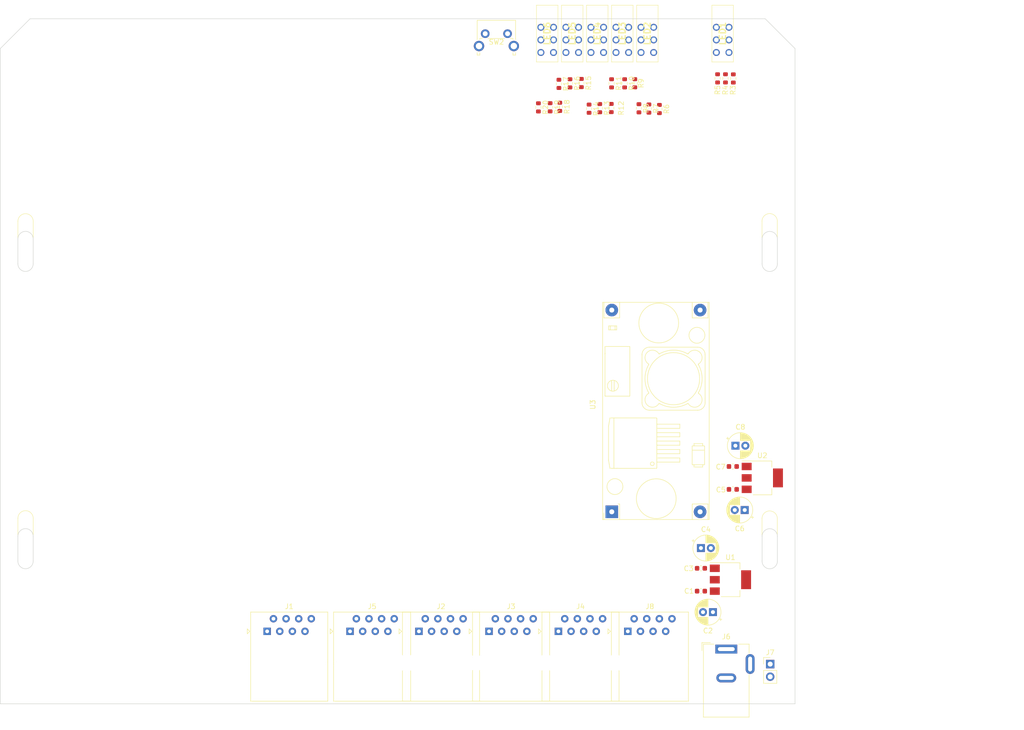
<source format=kicad_pcb>
(kicad_pcb (version 20211014) (generator pcbnew)
  (layers (0 "F.Cu" signal) (31 "B.Cu" signal) (34 "B.Paste" user) (35 "F.Paste" user) (36 "B.SilkS" user "B.Silkscreen") (37 "F.SilkS" user "F.Silkscreen") (38 "B.Mask" user) (39 "F.Mask" user) (44 "Edge.Cuts" user))
  (net 0 "")
  (net 1 "+12V")
  (net 2 "GND")
  (net 3 "+3V3")
  (net 4 "+5V")
  (net 45 "Net-(J6-Pad3)")
  (net 46 "Net-(LED1-Pad2)")
  (net 47 "Net-(LED1-Pad4)")
  (net 48 "Net-(LED1-Pad6)")
  (net 49 "Net-(LED2-Pad2)")
  (net 50 "Net-(LED2-Pad4)")
  (net 51 "Net-(LED2-Pad6)")
  (net 52 "Net-(LED3-Pad2)")
  (net 53 "Net-(LED3-Pad4)")
  (net 54 "Net-(LED3-Pad6)")
  (net 55 "Net-(LED4-Pad2)")
  (net 56 "Net-(LED4-Pad4)")
  (net 57 "Net-(LED4-Pad6)")
  (net 58 "Net-(LED5-Pad2)")
  (net 59 "Net-(LED5-Pad4)")
  (net 60 "Net-(LED5-Pad6)")
  (net 61 "Net-(LED6-Pad2)")
  (net 62 "Net-(LED6-Pad4)")
  (net 63 "Net-(LED6-Pad6)")
  (net 84 "VCC")
  (footprint "Connector_RJ:RJ45_Amphenol_54602-x08_Horizontal" (layer "F.Cu") (at 165.4 145.4)
    (fp_text reference "J3" (at 4.445 -5) (layer "F.SilkS"))
    (fp_text value "RJ45")
    (pad "" np_thru_hole circle locked (at -1.27 6.35) (size 3.2 3.2) (drill 3.2) (layers *.Cu *.Mask))
    (pad "" np_thru_hole circle locked (at 10.16 6.35) (size 3.2 3.2) (drill 3.2) (layers *.Cu *.Mask))
    (pad "1" thru_hole rect locked (at 0 0) (size 1.5 1.5) (drill 0.76) (layers *.Cu *.Mask))
    (pad "2" thru_hole circle locked (at 1.27 -2.54) (size 1.5 1.5) (drill 0.76) (layers *.Cu *.Mask))
    (pad "3" thru_hole circle locked (at 2.54 0) (size 1.5 1.5) (drill 0.76) (layers *.Cu *.Mask))
    (pad "4" thru_hole circle locked (at 3.81 -2.54) (size 1.5 1.5) (drill 0.76) (layers *.Cu *.Mask))
    (pad "5" thru_hole circle locked (at 5.08 0) (size 1.5 1.5) (drill 0.76) (layers *.Cu *.Mask))
    (pad "6" thru_hole circle locked (at 6.35 -2.54) (size 1.5 1.5) (drill 0.76) (layers *.Cu *.Mask))
    (pad "7" thru_hole circle locked (at 7.62 0) (size 1.5 1.5) (drill 0.76) (layers *.Cu *.Mask))
    (pad "8" thru_hole circle locked (at 8.89 -2.54) (size 1.5 1.5) (drill 0.76) (layers *.Cu *.Mask))
  )
  (footprint "Connector_RJ:RJ45_Amphenol_54602-x08_Horizontal" (layer "F.Cu") (at 151.29 145.4)
    (fp_text reference "J2" (at 4.445 -5) (layer "F.SilkS"))
    (fp_text value "RJ45")
    (pad "" np_thru_hole circle locked (at 10.16 6.35) (size 3.2 3.2) (drill 3.2) (layers *.Cu *.Mask))
    (pad "" np_thru_hole circle locked (at -1.27 6.35) (size 3.2 3.2) (drill 3.2) (layers *.Cu *.Mask))
    (pad "1" thru_hole rect locked (at 0 0) (size 1.5 1.5) (drill 0.76) (layers *.Cu *.Mask))
    (pad "2" thru_hole circle locked (at 1.27 -2.54) (size 1.5 1.5) (drill 0.76) (layers *.Cu *.Mask))
    (pad "3" thru_hole circle locked (at 2.54 0) (size 1.5 1.5) (drill 0.76) (layers *.Cu *.Mask))
    (pad "4" thru_hole circle locked (at 3.81 -2.54) (size 1.5 1.5) (drill 0.76) (layers *.Cu *.Mask))
    (pad "5" thru_hole circle locked (at 5.08 0) (size 1.5 1.5) (drill 0.76) (layers *.Cu *.Mask))
    (pad "6" thru_hole circle locked (at 6.35 -2.54) (size 1.5 1.5) (drill 0.76) (layers *.Cu *.Mask))
    (pad "7" thru_hole circle locked (at 7.62 0) (size 1.5 1.5) (drill 0.76) (layers *.Cu *.Mask))
    (pad "8" thru_hole circle locked (at 8.89 -2.54) (size 1.5 1.5) (drill 0.76) (layers *.Cu *.Mask))
  )
  (footprint "Resistor_SMD:R_0603_1608Metric" (layer "F.Cu") (at 183.99 34.94 -90)
    (fp_text reference "R15" (at 0 -1.43 90) (layer "F.SilkS"))
    (fp_text value "R")
    (pad "1" smd roundrect locked (at -0.825 0 270) (size 0.8 0.95) (layers "F.Cu" "F.Paste" "F.Mask") (net 60 "Net-(LED5-Pad6)"))
    (pad "2" smd roundrect locked (at 0.825 0 270) (size 0.8 0.95) (layers "F.Cu" "F.Paste" "F.Mask"))
  )
  (footprint "Connector_RJ:RJ45_Amphenol_54602-x08_Horizontal" (layer "F.Cu") (at 193.34 145.4)
    (fp_text reference "J8" (at 4.445 -5) (layer "F.SilkS"))
    (fp_text value "RJ45")
    (pad "" np_thru_hole circle locked (at 10.16 6.35) (size 3.2 3.2) (drill 3.2) (layers *.Cu *.Mask))
    (pad "" np_thru_hole circle locked (at -1.27 6.35) (size 3.2 3.2) (drill 3.2) (layers *.Cu *.Mask))
    (pad "1" thru_hole rect locked (at 0 0) (size 1.5 1.5) (drill 0.76) (layers *.Cu *.Mask))
    (pad "2" thru_hole circle locked (at 1.27 -2.54) (size 1.5 1.5) (drill 0.76) (layers *.Cu *.Mask))
    (pad "3" thru_hole circle locked (at 2.54 0) (size 1.5 1.5) (drill 0.76) (layers *.Cu *.Mask))
    (pad "4" thru_hole circle locked (at 3.81 -2.54) (size 1.5 1.5) (drill 0.76) (layers *.Cu *.Mask))
    (pad "5" thru_hole circle locked (at 5.08 0) (size 1.5 1.5) (drill 0.76) (layers *.Cu *.Mask))
    (pad "6" thru_hole circle locked (at 6.35 -2.54) (size 1.5 1.5) (drill 0.76) (layers *.Cu *.Mask))
    (pad "7" thru_hole circle locked (at 7.62 0) (size 1.5 1.5) (drill 0.76) (layers *.Cu *.Mask))
    (pad "8" thru_hole circle locked (at 8.89 -2.54) (size 1.5 1.5) (drill 0.76) (layers *.Cu *.Mask))
  )
  (footprint "Connector_PinHeader_2.54mm:PinHeader_1x02_P2.54mm_Vertical" (layer "F.Cu") (at 222 152)
    (fp_text reference "J7" (at 0 -2.33) (layer "F.SilkS"))
    (fp_text value "switched ground")
    (pad "1" thru_hole rect locked (at 0 0) (size 1.7 1.7) (drill 1) (layers *.Cu *.Mask) (net 45 "Net-(J6-Pad3)"))
    (pad "2" thru_hole oval locked (at 0 2.54) (size 1.7 1.7) (drill 1) (layers *.Cu *.Mask) (net 2 "GND"))
  )
  (footprint "Connector_RJ:RJ45_Amphenol_54602-x08_Horizontal" (layer "F.Cu") (at 137.42 145.4)
    (fp_text reference "J5" (at 4.445 -5) (layer "F.SilkS"))
    (fp_text value "RJ45")
    (pad "" np_thru_hole circle locked (at -1.27 6.35) (size 3.2 3.2) (drill 3.2) (layers *.Cu *.Mask))
    (pad "" np_thru_hole circle locked (at 10.16 6.35) (size 3.2 3.2) (drill 3.2) (layers *.Cu *.Mask))
    (pad "1" thru_hole rect locked (at 0 0) (size 1.5 1.5) (drill 0.76) (layers *.Cu *.Mask))
    (pad "2" thru_hole circle locked (at 1.27 -2.54) (size 1.5 1.5) (drill 0.76) (layers *.Cu *.Mask))
    (pad "3" thru_hole circle locked (at 2.54 0) (size 1.5 1.5) (drill 0.76) (layers *.Cu *.Mask))
    (pad "4" thru_hole circle locked (at 3.81 -2.54) (size 1.5 1.5) (drill 0.76) (layers *.Cu *.Mask))
    (pad "5" thru_hole circle locked (at 5.08 0) (size 1.5 1.5) (drill 0.76) (layers *.Cu *.Mask))
    (pad "6" thru_hole circle locked (at 6.35 -2.54) (size 1.5 1.5) (drill 0.76) (layers *.Cu *.Mask))
    (pad "7" thru_hole circle locked (at 7.62 0) (size 1.5 1.5) (drill 0.76) (layers *.Cu *.Mask))
    (pad "8" thru_hole circle locked (at 8.89 -2.54) (size 1.5 1.5) (drill 0.76) (layers *.Cu *.Mask))
  )
  (footprint "Resistor_SMD:R_0603_1608Metric" (layer "F.Cu") (at 187.7 40 -90)
    (fp_text reference "R13" (at 0 -1.43 90) (layer "F.SilkS"))
    (fp_text value "R")
    (pad "1" smd roundrect locked (at -0.825 0 270) (size 0.8 0.95) (layers "F.Cu" "F.Paste" "F.Mask") (net 56 "Net-(LED4-Pad4)"))
    (pad "2" smd roundrect locked (at 0.825 0 270) (size 0.8 0.95) (layers "F.Cu" "F.Paste" "F.Mask"))
  )
  (footprint "Evan's misc parts:WP934SA3ID" (layer "F.Cu") (at 185.92 28.79 -90)
    (fp_text reference "LED4" (at -3.81 -1.27 90) (layer "F.SilkS") (effects (font (size 1.27 1.27) (thickness 0.254))))
    (fp_text value "WP934SA_3GD" hide)
    (pad "1" thru_hole circle (at 0 0 270) (size 1.4 1.4) (drill 0.9) (layers *.Cu *.Mask) (net 2 "GND"))
    (pad "2" thru_hole circle (at 0 -2.54 270) (size 1.4 1.4) (drill 0.9) (layers *.Cu *.Mask) (net 55 "Net-(LED4-Pad2)"))
    (pad "3" thru_hole circle (at -2.54 0 270) (size 1.4 1.4) (drill 0.9) (layers *.Cu *.Mask) (net 2 "GND"))
    (pad "4" thru_hole circle (at -2.54 -2.54 270) (size 1.4 1.4) (drill 0.9) (layers *.Cu *.Mask) (net 56 "Net-(LED4-Pad4)"))
    (pad "5" thru_hole circle (at -5.08 0 270) (size 1.4 1.4) (drill 0.9) (layers *.Cu *.Mask) (net 2 "GND"))
    (pad "6" thru_hole circle (at -5.08 -2.54 270) (size 1.4 1.4) (drill 0.9) (layers *.Cu *.Mask) (net 57 "Net-(LED4-Pad6)"))
  )
  (footprint "Package_TO_SOT_SMD:SOT-223-3_TabPin2" (layer "F.Cu") (at 220.415112 114.49)
    (fp_text reference "U2" (at 0 -4.5) (layer "F.SilkS"))
    (fp_text value "AMS1117-5.0")
    (pad "1" smd rect locked (at -3.15 -2.3) (size 2 1.5) (layers "F.Cu" "F.Paste" "F.Mask") (net 2 "GND"))
    (pad "2" smd rect locked (at 3.15 0) (size 2 3.8) (layers "F.Cu" "F.Paste" "F.Mask") (net 4 "+5V"))
    (pad "2" smd rect locked (at -3.15 0) (size 2 1.5) (layers "F.Cu" "F.Paste" "F.Mask") (net 4 "+5V"))
    (pad "3" smd rect locked (at -3.15 2.3) (size 2 1.5) (layers "F.Cu" "F.Paste" "F.Mask") (net 1 "+12V"))
  )
  (footprint "Resistor_SMD:R_0603_1608Metric" (layer "F.Cu") (at 211.41 34 -90)
    (fp_text reference "R5" (at 2.35 0 90) (layer "F.SilkS"))
    (fp_text value "R")
    (pad "1" smd roundrect locked (at -0.825 0 270) (size 0.8 0.95) (layers "F.Cu" "F.Paste" "F.Mask") (net 46 "Net-(LED1-Pad2)"))
    (pad "2" smd roundrect locked (at 0.825 0 270) (size 0.8 0.95) (layers "F.Cu" "F.Paste" "F.Mask"))
  )
  (footprint "Resistor_SMD:R_0603_1608Metric" (layer "F.Cu") (at 194.75 34.99 -90)
    (fp_text reference "R9" (at 0.01 -1.25 90) (layer "F.SilkS"))
    (fp_text value "R")
    (pad "1" smd roundrect locked (at -0.825 0 270) (size 0.8 0.95) (layers "F.Cu" "F.Paste" "F.Mask") (net 54 "Net-(LED3-Pad6)"))
    (pad "2" smd roundrect locked (at 0.825 0 270) (size 0.8 0.95) (layers "F.Cu" "F.Paste" "F.Mask"))
  )
  (footprint "Resistor_SMD:R_0603_1608Metric" (layer "F.Cu") (at 177.7 39.825 -90)
    (fp_text reference "R19" (at 0 -1.43 90) (layer "F.SilkS"))
    (fp_text value "R")
    (pad "1" smd roundrect locked (at -0.825 0 270) (size 0.8 0.95) (layers "F.Cu" "F.Paste" "F.Mask") (net 62 "Net-(LED6-Pad4)"))
    (pad "2" smd roundrect locked (at 0.825 0 270) (size 0.8 0.95) (layers "F.Cu" "F.Paste" "F.Mask"))
  )
  (footprint "Resistor_SMD:R_0603_1608Metric" (layer "F.Cu") (at 185.54 40.11 -90)
    (fp_text reference "R14" (at 0 -1.43 90) (layer "F.SilkS"))
    (fp_text value "R")
    (pad "1" smd roundrect locked (at -0.825 0 270) (size 0.8 0.95) (layers "F.Cu" "F.Paste" "F.Mask") (net 55 "Net-(LED4-Pad2)"))
    (pad "2" smd roundrect locked (at 0.825 0 270) (size 0.8 0.95) (layers "F.Cu" "F.Paste" "F.Mask"))
  )
  (footprint "Resistor_SMD:R_0603_1608Metric" (layer "F.Cu") (at 192.7 35 -90)
    (fp_text reference "R10" (at 0 -1.43 90) (layer "F.SilkS"))
    (fp_text value "R")
    (pad "1" smd roundrect locked (at -0.825 0 270) (size 0.8 0.95) (layers "F.Cu" "F.Paste" "F.Mask") (net 53 "Net-(LED3-Pad4)"))
    (pad "2" smd roundrect locked (at 0.825 0 270) (size 0.8 0.95) (layers "F.Cu" "F.Paste" "F.Mask"))
  )
  (footprint "Resistor_SMD:R_0603_1608Metric" (layer "F.Cu") (at 175.34 39.845 -90)
    (fp_text reference "R20" (at 0 -1.43 90) (layer "F.SilkS"))
    (fp_text value "R")
    (pad "1" smd roundrect locked (at -0.825 0 270) (size 0.8 0.95) (layers "F.Cu" "F.Paste" "F.Mask") (net 61 "Net-(LED6-Pad2)"))
    (pad "2" smd roundrect locked (at 0.825 0 270) (size 0.8 0.95) (layers "F.Cu" "F.Paste" "F.Mask"))
  )
  (footprint "Evan's misc parts:WP934SA3ID" (layer "F.Cu") (at 180.88 28.79 -90)
    (fp_text reference "LED5" (at -3.81 -1.27 90) (layer "F.SilkS") (effects (font (size 1.27 1.27) (thickness 0.254))))
    (fp_text value "WP934SA_3GD" hide)
    (pad "1" thru_hole circle (at 0 0 270) (size 1.4 1.4) (drill 0.9) (layers *.Cu *.Mask) (net 2 "GND"))
    (pad "2" thru_hole circle (at 0 -2.54 270) (size 1.4 1.4) (drill 0.9) (layers *.Cu *.Mask) (net 58 "Net-(LED5-Pad2)"))
    (pad "3" thru_hole circle (at -2.54 0 270) (size 1.4 1.4) (drill 0.9) (layers *.Cu *.Mask) (net 2 "GND"))
    (pad "4" thru_hole circle (at -2.54 -2.54 270) (size 1.4 1.4) (drill 0.9) (layers *.Cu *.Mask) (net 59 "Net-(LED5-Pad4)"))
    (pad "5" thru_hole circle (at -5.08 0 270) (size 1.4 1.4) (drill 0.9) (layers *.Cu *.Mask) (net 2 "GND"))
    (pad "6" thru_hole circle (at -5.08 -2.54 270) (size 1.4 1.4) (drill 0.9) (layers *.Cu *.Mask) (net 60 "Net-(LED5-Pad6)"))
  )
  (footprint "Capacitor_THT:CP_Radial_D5.0mm_P2.00mm" (layer "F.Cu") (at 208.054887 128.62)
    (fp_text reference "C4" (at 1 -3.75) (layer "F.SilkS"))
    (fp_text value "100uF")
    (pad "1" thru_hole rect locked (at 0 0) (size 1.6 1.6) (drill 0.8) (layers *.Cu *.Mask) (net 3 "+3V3"))
    (pad "2" thru_hole circle locked (at 2 0) (size 1.6 1.6) (drill 0.8) (layers *.Cu *.Mask) (net 2 "GND"))
  )
  (footprint "Resistor_SMD:R_0603_1608Metric" (layer "F.Cu") (at 199.7 40.175 -90)
    (fp_text reference "R6" (at 0 -1.43 90) (layer "F.SilkS"))
    (fp_text value "R")
    (pad "1" smd roundrect locked (at -0.825 0 270) (size 0.8 0.95) (layers "F.Cu" "F.Paste" "F.Mask") (net 51 "Net-(LED2-Pad6)"))
    (pad "2" smd roundrect locked (at 0.825 0 270) (size 0.8 0.95) (layers "F.Cu" "F.Paste" "F.Mask"))
  )
  (footprint "Resistor_SMD:R_0603_1608Metric" (layer "F.Cu") (at 213 34 -90)
    (fp_text reference "R4" (at 2.37 0.03 90) (layer "F.SilkS"))
    (fp_text value "R")
    (pad "1" smd roundrect locked (at -0.825 0 270) (size 0.8 0.95) (layers "F.Cu" "F.Paste" "F.Mask") (net 47 "Net-(LED1-Pad4)"))
    (pad "2" smd roundrect locked (at 0.825 0 270) (size 0.8 0.95) (layers "F.Cu" "F.Paste" "F.Mask"))
  )
  (footprint "Connector_RJ:RJ45_Amphenol_54602-x08_Horizontal" (layer "F.Cu") (at 120.73 145.4)
    (fp_text reference "J1" (at 4.445 -5) (layer "F.SilkS"))
    (fp_text value "RJ45")
    (pad "" np_thru_hole circle locked (at -1.27 6.35) (size 3.2 3.2) (drill 3.2) (layers *.Cu *.Mask))
    (pad "" np_thru_hole circle locked (at 10.16 6.35) (size 3.2 3.2) (drill 3.2) (layers *.Cu *.Mask))
    (pad "1" thru_hole rect locked (at 0 0) (size 1.5 1.5) (drill 0.76) (layers *.Cu *.Mask))
    (pad "2" thru_hole circle locked (at 1.27 -2.54) (size 1.5 1.5) (drill 0.76) (layers *.Cu *.Mask))
    (pad "3" thru_hole circle locked (at 2.54 0) (size 1.5 1.5) (drill 0.76) (layers *.Cu *.Mask))
    (pad "4" thru_hole circle locked (at 3.81 -2.54) (size 1.5 1.5) (drill 0.76) (layers *.Cu *.Mask))
    (pad "5" thru_hole circle locked (at 5.08 0) (size 1.5 1.5) (drill 0.76) (layers *.Cu *.Mask))
    (pad "6" thru_hole circle locked (at 6.35 -2.54) (size 1.5 1.5) (drill 0.76) (layers *.Cu *.Mask))
    (pad "7" thru_hole circle locked (at 7.62 0) (size 1.5 1.5) (drill 0.76) (layers *.Cu *.Mask))
    (pad "8" thru_hole circle locked (at 8.89 -2.54) (size 1.5 1.5) (drill 0.76) (layers *.Cu *.Mask))
  )
  (footprint "MountingHole:MountingHole_2.7mm_M2.5_DIN965" (layer "F.Cu") (at 132.935 130.775 -90)
    (fp_text reference "REF**" hide)
    (fp_text value "MountingHole_2.7mm_M2.5_DIN965" hide)
    (pad "" np_thru_hole circle locked (at 0 0 270) (size 2.7 2.7) (drill 2.7) (layers *.Cu *.Mask))
  )
  (footprint "Resistor_SMD:R_0603_1608Metric" (layer "F.Cu") (at 197.59 40.085 -90)
    (fp_text reference "R7" (at 0 -1.43 90) (layer "F.SilkS"))
    (fp_text value "R")
    (pad "1" smd roundrect locked (at -0.825 0 270) (size 0.8 0.95) (layers "F.Cu" "F.Paste" "F.Mask") (net 50 "Net-(LED2-Pad4)"))
    (pad "2" smd roundrect locked (at 0.825 0 270) (size 0.8 0.95) (layers "F.Cu" "F.Paste" "F.Mask"))
  )
  (footprint "Capacitor_SMD:C_0603_1608Metric" (layer "F.Cu") (at 208.06 132.7)
    (fp_text reference "C3" (at -2.47 0.05) (layer "F.SilkS"))
    (fp_text value "100nF")
    (pad "1" smd roundrect locked (at -0.775 0) (size 0.9 0.95) (layers "F.Cu" "F.Paste" "F.Mask") (net 3 "+3V3"))
    (pad "2" smd roundrect locked (at 0.775 0) (size 0.9 0.95) (layers "F.Cu" "F.Paste" "F.Mask") (net 2 "GND"))
  )
  (footprint "Connector_BarrelJack:BarrelJack_Wuerth_6941xx301002" (layer "F.Cu") (at 213.16 148.98)
    (fp_text reference "J6" (at 0 -2.5) (layer "F.SilkS"))
    (fp_text value "Barrel_Jack_Switch")
    (pad "1" thru_hole rect locked (at 0 0) (size 4.4 1.8) (drill oval 3.4 0.8) (layers *.Cu *.Mask) (net 1 "+12V"))
    (pad "2" thru_hole oval locked (at 0 5.8) (size 4 1.8) (drill oval 3 0.8) (layers *.Cu *.Mask) (net 2 "GND"))
    (pad "3" thru_hole oval locked (at 4.8 3 90) (size 4 1.8) (drill oval 3 0.8) (layers *.Cu *.Mask) (net 45 "Net-(J6-Pad3)"))
  )
  (footprint "Connector_RJ:RJ45_Amphenol_54602-x08_Horizontal" (layer "F.Cu") (at 179.37 145.4)
    (fp_text reference "J4" (at 4.445 -5) (layer "F.SilkS"))
    (fp_text value "RJ45")
    (pad "" np_thru_hole circle locked (at 10.16 6.35) (size 3.2 3.2) (drill 3.2) (layers *.Cu *.Mask))
    (pad "" np_thru_hole circle locked (at -1.27 6.35) (size 3.2 3.2) (drill 3.2) (layers *.Cu *.Mask))
    (pad "1" thru_hole rect locked (at 0 0) (size 1.5 1.5) (drill 0.76) (layers *.Cu *.Mask))
    (pad "2" thru_hole circle locked (at 1.27 -2.54) (size 1.5 1.5) (drill 0.76) (layers *.Cu *.Mask))
    (pad "3" thru_hole circle locked (at 2.54 0) (size 1.5 1.5) (drill 0.76) (layers *.Cu *.Mask))
    (pad "4" thru_hole circle locked (at 3.81 -2.54) (size 1.5 1.5) (drill 0.76) (layers *.Cu *.Mask))
    (pad "5" thru_hole circle locked (at 5.08 0) (size 1.5 1.5) (drill 0.76) (layers *.Cu *.Mask))
    (pad "6" thru_hole circle locked (at 6.35 -2.54) (size 1.5 1.5) (drill 0.76) (layers *.Cu *.Mask))
    (pad "7" thru_hole circle locked (at 7.62 0) (size 1.5 1.5) (drill 0.76) (layers *.Cu *.Mask))
    (pad "8" thru_hole circle locked (at 8.89 -2.54) (size 1.5 1.5) (drill 0.76) (layers *.Cu *.Mask))
  )
  (footprint "Evan's misc parts:YAAJ_DCDC_StepDown_LM2596" (layer "F.Cu") (at 190.11 121.32 90)
    (fp_text reference "U3" (at 21.59 -3.81 90) (layer "F.SilkS"))
    (fp_text value "YAAJ_DCDC_StepDown_LM2596")
    (pad "1" thru_hole rect (at 0 0 90) (size 2.54 2.54) (drill 1) (layers *.Cu *.Mask) (net 1 "+12V"))
    (pad "2" thru_hole circle (at 0 17.78 90) (size 2.54 2.54) (drill 1) (layers *.Cu *.Mask) (net 2 "GND"))
    (pad "3" thru_hole circle (at 40.64 17.78 90) (size 2.54 2.54) (drill 1) (layers *.Cu *.Mask) (net 2 "GND"))
    (pad "4" thru_hole circle (at 40.64 0 90) (size 2.54 2.54) (drill 1) (layers *.Cu *.Mask) (net 84 "VCC"))
  )
  (footprint "Evan's misc parts:WP934SA3ID" (layer "F.Cu") (at 211.16 28.79 -90)
    (fp_text reference "LED1" (at -3.81 -1.27 90) (layer "F.SilkS") (effects (font (size 1.27 1.27) (thickness 0.254))))
    (fp_text value "WP934SA_3GD" hide)
    (pad "1" thru_hole circle (at 0 0 270) (size 1.4 1.4) (drill 0.9) (layers *.Cu *.Mask) (net 2 "GND"))
    (pad "2" thru_hole circle (at 0 -2.54 270) (size 1.4 1.4) (drill 0.9) (layers *.Cu *.Mask) (net 46 "Net-(LED1-Pad2)"))
    (pad "3" thru_hole circle (at -2.54 0 270) (size 1.4 1.4) (drill 0.9) (layers *.Cu *.Mask) (net 2 "GND"))
    (pad "4" thru_hole circle (at -2.54 -2.54 270) (size 1.4 1.4) (drill 0.9) (layers *.Cu *.Mask) (net 47 "Net-(LED1-Pad4)"))
    (pad "5" thru_hole circle (at -5.08 0 270) (size 1.4 1.4) (drill 0.9) (layers *.Cu *.Mask) (net 2 "GND"))
    (pad "6" thru_hole circle (at -5.08 -2.54 270) (size 1.4 1.4) (drill 0.9) (layers *.Cu *.Mask) (net 48 "Net-(LED1-Pad6)"))
  )
  (footprint "Evan's misc parts:WP934SA3ID" (layer "F.Cu") (at 196 28.79 -90)
    (fp_text reference "LED2" (at -3.81 -1.27 90) (layer "F.SilkS") (effects (font (size 1.27 1.27) (thickness 0.254))))
    (fp_text value "WP934SA_3GD" hide)
    (pad "1" thru_hole circle (at 0 0 270) (size 1.4 1.4) (drill 0.9) (layers *.Cu *.Mask) (net 2 "GND"))
    (pad "2" thru_hole circle (at 0 -2.54 270) (size 1.4 1.4) (drill 0.9) (layers *.Cu *.Mask) (net 49 "Net-(LED2-Pad2)"))
    (pad "3" thru_hole circle (at -2.54 0 270) (size 1.4 1.4) (drill 0.9) (layers *.Cu *.Mask) (net 2 "GND"))
    (pad "4" thru_hole circle (at -2.54 -2.54 270) (size 1.4 1.4) (drill 0.9) (layers *.Cu *.Mask) (net 50 "Net-(LED2-Pad4)"))
    (pad "5" thru_hole circle (at -5.08 0 270) (size 1.4 1.4) (drill 0.9) (layers *.Cu *.Mask) (net 2 "GND"))
    (pad "6" thru_hole circle (at -5.08 -2.54 270) (size 1.4 1.4) (drill 0.9) (layers *.Cu *.Mask) (net 51 "Net-(LED2-Pad6)"))
  )
  (footprint "Evan's misc parts:WP934SA3ID" (layer "F.Cu") (at 175.84 28.79 -90)
    (fp_text reference "LED6" (at -3.81 -1.27 90) (layer "F.SilkS") (effects (font (size 1.27 1.27) (thickness 0.254))))
    (fp_text value "WP934SA_3GD" hide)
    (pad "1" thru_hole circle (at 0 0 270) (size 1.4 1.4) (drill 0.9) (layers *.Cu *.Mask) (net 2 "GND"))
    (pad "2" thru_hole circle (at 0 -2.54 270) (size 1.4 1.4) (drill 0.9) (layers *.Cu *.Mask) (net 61 "Net-(LED6-Pad2)"))
    (pad "3" thru_hole circle (at -2.54 0 270) (size 1.4 1.4) (drill 0.9) (layers *.Cu *.Mask) (net 2 "GND"))
    (pad "4" thru_hole circle (at -2.54 -2.54 270) (size 1.4 1.4) (drill 0.9) (layers *.Cu *.Mask) (net 62 "Net-(LED6-Pad4)"))
    (pad "5" thru_hole circle (at -5.08 0 270) (size 1.4 1.4) (drill 0.9) (layers *.Cu *.Mask) (net 2 "GND"))
    (pad "6" thru_hole circle (at -5.08 -2.54 270) (size 1.4 1.4) (drill 0.9) (layers *.Cu *.Mask) (net 63 "Net-(LED6-Pad6)"))
  )
  (footprint "Resistor_SMD:R_0603_1608Metric" (layer "F.Cu") (at 214.58 34.02 -90)
    (fp_text reference "R3" (at 2.35 0.07 90) (layer "F.SilkS"))
    (fp_text value "R")
    (pad "1" smd roundrect locked (at -0.825 0 270) (size 0.8 0.95) (layers "F.Cu" "F.Paste" "F.Mask") (net 48 "Net-(LED1-Pad6)"))
    (pad "2" smd roundrect locked (at 0.825 0 270) (size 0.8 0.95) (layers "F.Cu" "F.Paste" "F.Mask"))
  )
  (footprint "Resistor_SMD:R_0603_1608Metric" (layer "F.Cu") (at 195.58 40.025 -90)
    (fp_text reference "R8" (at 0 -1.43 90) (layer "F.SilkS"))
    (fp_text value "R")
    (pad "1" smd roundrect locked (at -0.825 0 270) (size 0.8 0.95) (layers "F.Cu" "F.Paste" "F.Mask") (net 49 "Net-(LED2-Pad2)"))
    (pad "2" smd roundrect locked (at 0.825 0 270) (size 0.8 0.95) (layers "F.Cu" "F.Paste" "F.Mask"))
  )
  (footprint "Package_TO_SOT_SMD:SOT-223-3_TabPin2" (layer "F.Cu") (at 214 135)
    (fp_text reference "U1" (at 0 -4.5) (layer "F.SilkS"))
    (fp_text value "AMS1117-3.3")
    (pad "1" smd rect locked (at -3.15 -2.3) (size 2 1.5) (layers "F.Cu" "F.Paste" "F.Mask") (net 2 "GND"))
    (pad "2" smd rect locked (at 3.15 0) (size 2 3.8) (layers "F.Cu" "F.Paste" "F.Mask") (net 3 "+3V3"))
    (pad "2" smd rect locked (at -3.15 0) (size 2 1.5) (layers "F.Cu" "F.Paste" "F.Mask") (net 3 "+3V3"))
    (pad "3" smd rect locked (at -3.15 2.3) (size 2 1.5) (layers "F.Cu" "F.Paste" "F.Mask") (net 1 "+12V"))
  )
  (footprint "Capacitor_THT:CP_Radial_D5.0mm_P2.00mm" (layer "F.Cu") (at 215 108)
    (fp_text reference "C8" (at 1 -3.75) (layer "F.SilkS"))
    (fp_text value "100uF")
    (pad "1" thru_hole rect locked (at 0 0) (size 1.6 1.6) (drill 0.8) (layers *.Cu *.Mask) (net 4 "+5V"))
    (pad "2" thru_hole circle locked (at 2 0) (size 1.6 1.6) (drill 0.8) (layers *.Cu *.Mask) (net 2 "GND"))
  )
  (footprint "Capacitor_THT:CP_Radial_D5.0mm_P2.00mm" (layer "F.Cu") (at 210.475112 141.53 180)
    (fp_text reference "C2" (at 1 -3.75) (layer "F.SilkS"))
    (fp_text value "100uF")
    (pad "1" thru_hole rect locked (at 0 0 180) (size 1.6 1.6) (drill 0.8) (layers *.Cu *.Mask) (net 1 "+12V"))
    (pad "2" thru_hole circle locked (at 2 0 180) (size 1.6 1.6) (drill 0.8) (layers *.Cu *.Mask) (net 2 "GND"))
  )
  (footprint "Resistor_SMD:R_0603_1608Metric" (layer "F.Cu") (at 181.7 35 -90)
    (fp_text reference "R16" (at 0 -1.43 90) (layer "F.SilkS"))
    (fp_text value "R")
    (pad "1" smd roundrect locked (at -0.825 0 270) (size 0.8 0.95) (layers "F.Cu" "F.Paste" "F.Mask") (net 59 "Net-(LED5-Pad4)"))
    (pad "2" smd roundrect locked (at 0.825 0 270) (size 0.8 0.95) (layers "F.Cu" "F.Paste" "F.Mask"))
  )
  (footprint "Capacitor_THT:CP_Radial_D5.0mm_P2.00mm" (layer "F.Cu") (at 216.870224 120.96 180)
    (fp_text reference "C6" (at 1 -3.75) (layer "F.SilkS"))
    (fp_text value "100uF")
    (pad "1" thru_hole rect locked (at 0 0 180) (size 1.6 1.6) (drill 0.8) (layers *.Cu *.Mask) (net 1 "+12V"))
    (pad "2" thru_hole circle locked (at 2 0 180) (size 1.6 1.6) (drill 0.8) (layers *.Cu *.Mask) (net 2 "GND"))
  )
  (footprint "Evan's misc parts:WP934SA3ID" (layer "F.Cu") (at 190.96 28.79 -90)
    (fp_text reference "LED3" (at -3.81 -1.27 90) (layer "F.SilkS") (effects (font (size 1.27 1.27) (thickness 0.254))))
    (fp_text value "WP934SA_3GD" hide)
    (pad "1" thru_hole circle (at 0 0 270) (size 1.4 1.4) (drill 0.9) (layers *.Cu *.Mask) (net 2 "GND"))
    (pad "2" thru_hole circle (at 0 -2.54 270) (size 1.4 1.4) (drill 0.9) (layers *.Cu *.Mask) (net 52 "Net-(LED3-Pad2)"))
    (pad "3" thru_hole circle (at -2.54 0 270) (size 1.4 1.4) (drill 0.9) (layers *.Cu *.Mask) (net 2 "GND"))
    (pad "4" thru_hole circle (at -2.54 -2.54 270) (size 1.4 1.4) (drill 0.9) (layers *.Cu *.Mask) (net 53 "Net-(LED3-Pad4)"))
    (pad "5" thru_hole circle (at -5.08 0 270) (size 1.4 1.4) (drill 0.9) (layers *.Cu *.Mask) (net 2 "GND"))
    (pad "6" thru_hole circle (at -5.08 -2.54 270) (size 1.4 1.4) (drill 0.9) (layers *.Cu *.Mask) (net 54 "Net-(LED3-Pad6)"))
  )
  (footprint "Capacitor_SMD:C_0603_1608Metric" (layer "F.Cu") (at 214.475112 116.8 180)
    (fp_text reference "C5" (at 2.4 -0.08) (layer "F.SilkS"))
    (fp_text value "100nF")
    (pad "1" smd roundrect locked (at -0.775 0 180) (size 0.9 0.95) (layers "F.Cu" "F.Paste" "F.Mask") (net 1 "+12V"))
    (pad "2" smd roundrect locked (at 0.775 0 180) (size 0.9 0.95) (layers "F.Cu" "F.Paste" "F.Mask") (net 2 "GND"))
  )
  (footprint "Resistor_SMD:R_0603_1608Metric" (layer "F.Cu") (at 179.47 35.11 -90)
    (fp_text reference "R17" (at 0 -1.43 90) (layer "F.SilkS"))
    (fp_text value "R")
    (pad "1" smd roundrect locked (at -0.825 0 270) (size 0.8 0.95) (layers "F.Cu" "F.Paste" "F.Mask") (net 58 "Net-(LED5-Pad2)"))
    (pad "2" smd roundrect locked (at 0.825 0 270) (size 0.8 0.95) (layers "F.Cu" "F.Paste" "F.Mask"))
  )
  (footprint "Capacitor_SMD:C_0603_1608Metric" (layer "F.Cu") (at 208.06 137.3 180)
    (fp_text reference "C1" (at 2.39 0.01) (layer "F.SilkS"))
    (fp_text value "100nF")
    (pad "1" smd roundrect locked (at -0.775 0 180) (size 0.9 0.95) (layers "F.Cu" "F.Paste" "F.Mask") (net 1 "+12V"))
    (pad "2" smd roundrect locked (at 0.775 0 180) (size 0.9 0.95) (layers "F.Cu" "F.Paste" "F.Mask") (net 2 "GND"))
  )
  (footprint "Resistor_SMD:R_0603_1608Metric" (layer "F.Cu") (at 190.01 39.975 -90)
    (fp_text reference "R12" (at 0.025 -1.99 90) (layer "F.SilkS"))
    (fp_text value "R")
    (pad "1" smd roundrect locked (at -0.825 0 270) (size 0.8 0.95) (layers "F.Cu" "F.Paste" "F.Mask") (net 57 "Net-(LED4-Pad6)"))
    (pad "2" smd roundrect locked (at 0.825 0 270) (size 0.8 0.95) (layers "F.Cu" "F.Paste" "F.Mask"))
  )
  (footprint "Resistor_SMD:R_0603_1608Metric" (layer "F.Cu") (at 179.65 39.735 -90)
    (fp_text reference "R18" (at 0 -1.43 90) (layer "F.SilkS"))
    (fp_text value "R")
    (pad "1" smd roundrect locked (at -0.825 0 270) (size 0.8 0.95) (layers "F.Cu" "F.Paste" "F.Mask") (net 63 "Net-(LED6-Pad6)"))
    (pad "2" smd roundrect locked (at 0.825 0 270) (size 0.8 0.95) (layers "F.Cu" "F.Paste" "F.Mask"))
  )
  (footprint "Resistor_SMD:R_0603_1608Metric" (layer "F.Cu") (at 190.07 35 -90)
    (fp_text reference "R11" (at 0 -1.43 90) (layer "F.SilkS"))
    (fp_text value "R")
    (pad "1" smd roundrect locked (at -0.825 0 270) (size 0.8 0.95) (layers "F.Cu" "F.Paste" "F.Mask") (net 52 "Net-(LED3-Pad2)"))
    (pad "2" smd roundrect locked (at 0.825 0 270) (size 0.8 0.95) (layers "F.Cu" "F.Paste" "F.Mask"))
  )
  (footprint "Button_Switch_THT:SW_Tactile_SPST_Angled_PTS645Vx58-2LFS" (layer "F.Cu") (at 164.63 25)
    (fp_text reference "SW2" (at 2.25 1.68) (layer "F.SilkS"))
    (fp_text value "reset")
    (pad "" thru_hole circle locked (at -1.25 2.49) (size 2.1 2.1) (drill 1.3) (layers *.Cu *.Mask))
    (pad "" thru_hole circle locked (at 5.76 2.49) (size 2.1 2.1) (drill 1.3) (layers *.Cu *.Mask))
    (pad "1" thru_hole circle locked (at 0 0) (size 1.75 1.75) (drill 0.99) (layers *.Cu *.Mask))
    (pad "2" thru_hole circle locked (at 4.5 0) (size 1.75 1.75) (drill 0.99) (layers *.Cu *.Mask))
  )
  (footprint "MountingHole:MountingHole_2.7mm_M2.5_DIN965" (layer "F.Cu") (at 140.845 130.775 -90)
    (fp_text reference "REF**" hide)
    (fp_text value "MountingHole_2.7mm_M2.5_DIN965" hide)
    (pad "" np_thru_hole circle locked (at 0 0 270) (size 2.7 2.7) (drill 2.7) (layers *.Cu *.Mask))
  )
  (footprint "Capacitor_SMD:C_0603_1608Metric" (layer "F.Cu") (at 214.475112 112.19)
    (fp_text reference "C7" (at -2.45 0.08) (layer "F.SilkS"))
    (fp_text value "100nF")
    (pad "1" smd roundrect locked (at -0.775 0) (size 0.9 0.95) (layers "F.Cu" "F.Paste" "F.Mask") (net 4 "+5V"))
    (pad "2" smd roundrect locked (at 0.775 0) (size 0.9 0.95) (layers "F.Cu" "F.Paste" "F.Mask") (net 2 "GND"))
  )
  (gr_line (start 220.355001 66.1) (end 220.355001 62.779649) (layer "F.SilkS") (width 0.1))
  (gr_line (start 223.435034 126) (end 223.435034 122.689649) (layer "F.SilkS") (width 0.1))
  (gr_arc (start 70.555001 62.8) (mid 72.1 61.270345) (end 73.635033 62.81) (layer "F.SilkS") (width 0.1))
  (gr_line (start 220.355002 126) (end 220.355002 122.679649) (layer "F.SilkS") (width 0.1))
  (gr_line (start 70.555001 66.120351) (end 70.555001 62.8) (layer "F.SilkS") (width 0.1))
  (gr_arc (start 220.355001 62.779649) (mid 221.9 61.249995) (end 223.435033 62.789649) (layer "F.SilkS") (width 0.1))
  (gr_line (start 73.635033 125.950002) (end 73.635033 122.639651) (layer "F.SilkS") (width 0.1))
  (gr_line (start 73.635033 66.120351) (end 73.635033 62.81) (layer "F.SilkS") (width 0.1))
  (gr_arc (start 220.355002 122.679649) (mid 221.900001 121.149996) (end 223.435034 122.689649) (layer "F.SilkS") (width 0.1))
  (gr_line (start 223.435033 66.1) (end 223.435033 62.789649) (layer "F.SilkS") (width 0.1))
  (gr_arc (start 70.555001 122.629651) (mid 72.1 121.099996) (end 73.635033 122.639651) (layer "F.SilkS") (width 0.1))
  (gr_line (start 70.555001 125.950002) (end 70.555001 122.629651) (layer "F.SilkS") (width 0.1))
  (gr_line (start 220.369968 71.359976) (end 220.369968 66.359976) (layer "Edge.Cuts") (width 0.1))
  (gr_line (start 227 160) (end 227 28) (layer "Edge.Cuts") (width 0.1))
  (gr_line (start 73.630032 71.369976) (end 73.630032 66.369976) (layer "Edge.Cuts") (width 0.1))
  (gr_line (start 220.369968 131.249976) (end 220.369968 126.249976) (layer "Edge.Cuts") (width 0.1))
  (gr_arc (start 73.630032 131.259976) (mid 72.085032 132.79) (end 70.55 131.249976) (layer "Edge.Cuts") (width 0.1))
  (gr_line (start 73 22) (end 67 28) (layer "Edge.Cuts") (width 0.1))
  (gr_line (start 227 28) (end 221 22) (layer "Edge.Cuts") (width 0.1))
  (gr_arc (start 70.55 126.249976) (mid 72.095 124.719952) (end 73.630032 126.259976) (layer "Edge.Cuts") (width 0.1))
  (gr_line (start 67 160) (end 227 160) (layer "Edge.Cuts") (width 0.1))
  (gr_arc (start 220.369968 126.249976) (mid 221.914968 124.719952) (end 223.45 126.259976) (layer "Edge.Cuts") (width 0.1))
  (gr_line (start 223.45 71.369976) (end 223.45 66.369976) (layer "Edge.Cuts") (width 0.1))
  (gr_line (start 223.45 131.259976) (end 223.45 126.259976) (layer "Edge.Cuts") (width 0.1))
  (gr_arc (start 73.630032 71.369976) (mid 72.085032 72.9) (end 70.55 71.359976) (layer "Edge.Cuts") (width 0.1))
  (gr_line (start 70.55 131.249976) (end 70.55 126.249976) (layer "Edge.Cuts") (width 0.1))
  (gr_line (start 73.630032 131.259976) (end 73.630032 126.259976) (layer "Edge.Cuts") (width 0.1))
  (gr_line (start 221 22) (end 219 22) (layer "Edge.Cuts") (width 0.1))
  (gr_arc (start 223.45 71.369976) (mid 221.905 72.9) (end 220.369968 71.359976) (layer "Edge.Cuts") (width 0.1))
  (gr_arc (start 220.369968 66.359976) (mid 221.914968 64.829952) (end 223.45 66.369976) (layer "Edge.Cuts") (width 0.1))
  (gr_line (start 138 22) (end 219 22) (layer "Edge.Cuts") (width 0.1))
  (gr_arc (start 223.45 131.259976) (mid 221.905 132.79) (end 220.369968 131.249976) (layer "Edge.Cuts") (width 0.1))
  (gr_line (start 67 160) (end 67 28) (layer "Edge.Cuts") (width 0.1))
  (gr_arc (start 70.55 66.359976) (mid 72.095 64.829952) (end 73.630032 66.369976) (layer "Edge.Cuts") (width 0.1))
  (gr_line (start 70.55 71.359976) (end 70.55 66.359976) (layer "Edge.Cuts") (width 0.1))
  (gr_line (start 73 22) (end 138 22) (layer "Edge.Cuts") (width 0.1))
)
</source>
